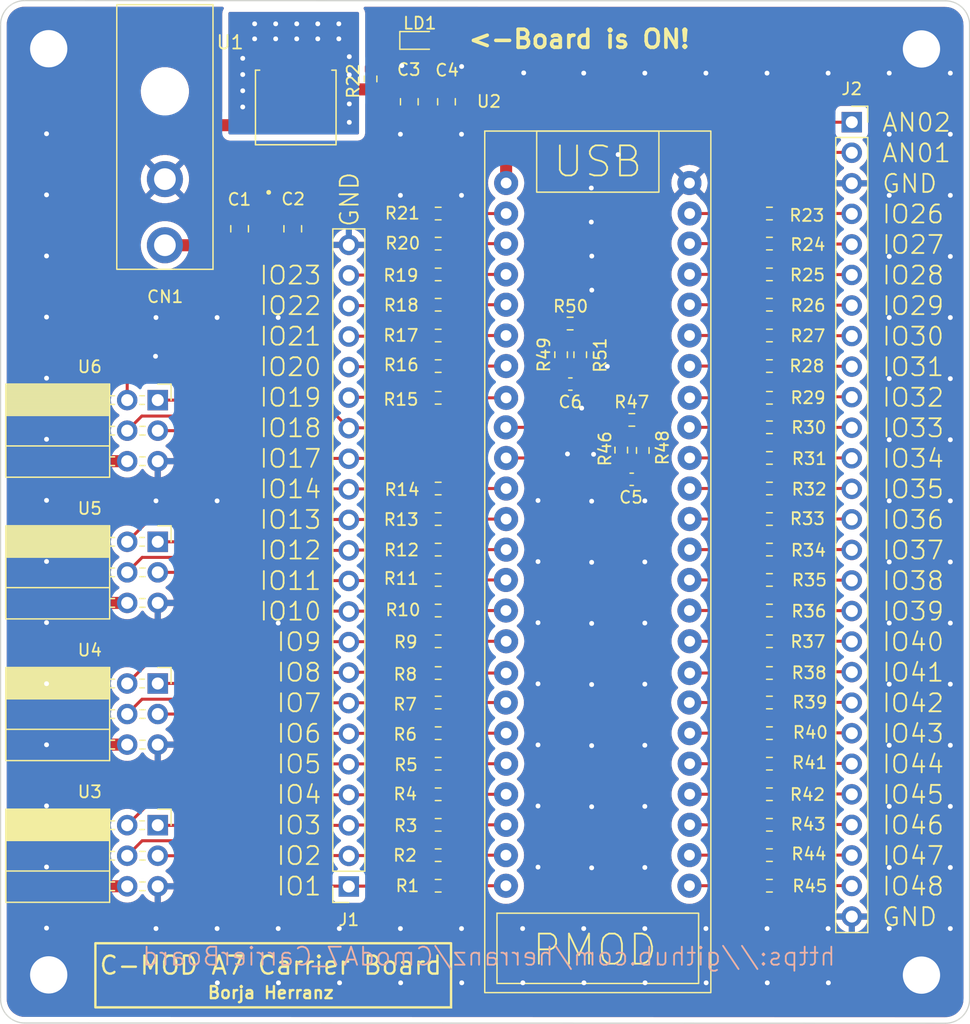
<source format=kicad_pcb>
(kicad_pcb (version 20211014) (generator pcbnew)
  (title_block (title "C-MOD A7 Carrier Board") (date "2022-06-26") (comment 3 "Borja Herranz"))
  (layers (0 "F.Cu" signal) (31 "B.Cu" signal) (34 "B.Paste" user) (35 "F.Paste" user) (36 "B.SilkS" user "B.Silkscreen") (37 "F.SilkS" user "F.Silkscreen") (38 "B.Mask" user) (39 "F.Mask" user) (44 "Edge.Cuts" user))
  (net 0 "")
  (net 1 "Net-(C1-Pad1)")
  (net 2 "GND")
  (net 3 "+5VP")
  (net 4 "/CH_A01")
  (net 5 "/CH_A02")
  (net 6 "/IO1")
  (net 7 "/IO2")
  (net 8 "/IO3")
  (net 9 "/IO4")
  (net 10 "/IO5")
  (net 11 "/IO6")
  (net 12 "/IO7")
  (net 13 "/IO8")
  (net 14 "/IO9")
  (net 15 "/IO10")
  (net 16 "/IO11")
  (net 17 "/IO12")
  (net 18 "/IO13")
  (net 19 "/IO14")
  (net 20 "/IO17")
  (net 21 "/IO18")
  (net 22 "/IO19")
  (net 23 "/IO20")
  (net 24 "/IO21")
  (net 25 "/IO22")
  (net 26 "/IO23")
  (net 27 "/IO26")
  (net 28 "/IO27")
  (net 29 "/IO28")
  (net 30 "/IO29")
  (net 31 "/IO30")
  (net 32 "/IO31")
  (net 33 "/IO32")
  (net 34 "/IO33")
  (net 35 "/IO34")
  (net 36 "/IO35")
  (net 37 "/IO36")
  (net 38 "/IO37")
  (net 39 "/IO38")
  (net 40 "/IO39")
  (net 41 "/IO40")
  (net 42 "/IO41")
  (net 43 "/IO42")
  (net 44 "/IO43")
  (net 45 "/IO44")
  (net 46 "/IO45")
  (net 47 "/IO46")
  (net 48 "/IO47")
  (net 49 "/IO48")
  (net 50 "Net-(LD1-Pad1)")
  (net 51 "Net-(R23-Pad1)")
  (net 52 "/AN01")
  (net 53 "Net-(R46-Pad2)")
  (net 54 "/AN02")
  (net 55 "Net-(R1-Pad2)")
  (net 56 "Net-(R2-Pad2)")
  (net 57 "Net-(R3-Pad2)")
  (net 58 "Net-(R4-Pad2)")
  (net 59 "Net-(R5-Pad2)")
  (net 60 "Net-(R6-Pad2)")
  (net 61 "Net-(R7-Pad2)")
  (net 62 "Net-(R8-Pad2)")
  (net 63 "Net-(R9-Pad2)")
  (net 64 "Net-(R10-Pad2)")
  (net 65 "Net-(R11-Pad2)")
  (net 66 "Net-(R12-Pad2)")
  (net 67 "Net-(R13-Pad2)")
  (net 68 "Net-(R14-Pad2)")
  (net 69 "Net-(R15-Pad2)")
  (net 70 "Net-(R16-Pad2)")
  (net 71 "Net-(R17-Pad2)")
  (net 72 "Net-(R18-Pad2)")
  (net 73 "Net-(R19-Pad2)")
  (net 74 "Net-(R20-Pad2)")
  (net 75 "Net-(R21-Pad2)")
  (net 76 "Net-(R24-Pad1)")
  (net 77 "Net-(R25-Pad1)")
  (net 78 "Net-(R26-Pad1)")
  (net 79 "Net-(R27-Pad1)")
  (net 80 "Net-(R28-Pad1)")
  (net 81 "Net-(R29-Pad1)")
  (net 82 "Net-(R30-Pad1)")
  (net 83 "Net-(R31-Pad1)")
  (net 84 "Net-(R32-Pad1)")
  (net 85 "Net-(R33-Pad1)")
  (net 86 "Net-(R34-Pad1)")
  (net 87 "Net-(R35-Pad1)")
  (net 88 "Net-(R36-Pad1)")
  (net 89 "Net-(R37-Pad1)")
  (net 90 "Net-(R38-Pad1)")
  (net 91 "Net-(R39-Pad1)")
  (net 92 "Net-(R40-Pad1)")
  (net 93 "Net-(R41-Pad1)")
  (net 94 "Net-(R42-Pad1)")
  (net 95 "Net-(R43-Pad1)")
  (net 96 "Net-(R44-Pad1)")
  (net 97 "Net-(R45-Pad1)")
  (net 98 "Net-(R49-Pad2)")
  (footprint "Resistor_SMD:R_0603_1608Metric" (layer "F.Cu") (at 163.28 97.84 90)
    (fp_text reference "R46")
    (fp_text value "140_P")
  )
  (footprint "Connector_PinSocket_2.54mm:PinSocket_2x03_P2.54mm_Horizontal" (layer "F.Cu") (at 124.745 129.025)
    (fp_text reference "U3")
    (fp_text value "PMOD_GPIO")
  )
  (footprint "Connector_PinSocket_2.54mm:PinSocket_2x03_P2.54mm_Horizontal" (layer "F.Cu") (at 124.745 105.465)
    (fp_text reference "U5")
    (fp_text value "PMOD_GPIO")
  )
  (footprint "Resistor_SMD:R_0603_1608Metric" (layer "F.Cu") (at 148.06 78.175556)
    (fp_text reference "R21")
    (fp_text value "1.0K")
  )
  (footprint "Resistor_SMD:R_0603_1608Metric" (layer "F.Cu") (at 175.6 90.853334)
    (fp_text reference "R28")
    (fp_text value "1.0K")
  )
  (footprint "LED_SMD:LED_0603_1608Metric_Pad1.05x0.95mm_HandSolder" (layer "F.Cu") (at 146.53 63.78)
    (fp_text reference "LD1")
    (fp_text value "LED_Generic")
  )
  (footprint "Resistor_SMD:R_0603_1608Metric" (layer "F.Cu") (at 148.06 113.735556)
    (fp_text reference "R9")
    (fp_text value "1.0K")
  )
  (footprint "Resistor_SMD:R_0603_1608Metric" (layer "F.Cu") (at 148.06 131.517778)
    (fp_text reference "R2")
    (fp_text value "1.0K")
  )
  (footprint "Herranz - Linear Regulators:DPAK457P1010X238-3N" (layer "F.Cu") (at 136.22 70.443)
    (fp_text reference "U1")
    (fp_text value "AZ1084CD-5.0")
  )
  (footprint "Resistor_SMD:R_0603_1608Metric" (layer "F.Cu") (at 148.06 101.035556)
    (fp_text reference "R14")
    (fp_text value "1.0K")
  )
  (footprint "Resistor_SMD:R_0603_1608Metric" (layer "F.Cu") (at 158.28 89.91 90)
    (fp_text reference "R49")
    (fp_text value "140_P")
  )
  (footprint "Connector_PinSocket_2.54mm:PinSocket_1x22_P2.54mm_Vertical" (layer "F.Cu") (at 140.63 134.12 180)
    (fp_text reference "J1")
    (fp_text value "Conn1x22")
  )
  (footprint "Resistor_SMD:R_0603_1608Metric" (layer "F.Cu") (at 175.6 78.173334)
    (fp_text reference "R23")
    (fp_text value "1.0K")
  )
  (footprint "Resistor_SMD:R_0603_1608Metric" (layer "F.Cu") (at 148.06 128.995556)
    (fp_text reference "R3")
    (fp_text value "1.0K")
  )
  (footprint "Resistor_SMD:R_0603_1608Metric" (layer "F.Cu") (at 175.6 123.913334)
    (fp_text reference "R41")
    (fp_text value "1.0K")
  )
  (footprint "Resistor_SMD:R_0603_1608Metric" (layer "F.Cu") (at 148.06 126.455556)
    (fp_text reference "R4")
    (fp_text value "1.0K")
  )
  (footprint "Resistor_SMD:R_0603_1608Metric" (layer "F.Cu") (at 175.6 128.993334)
    (fp_text reference "R43")
    (fp_text value "1.0K")
  )
  (footprint "Resistor_SMD:R_0603_1608Metric" (layer "F.Cu") (at 175.6 121.373334)
    (fp_text reference "R40")
    (fp_text value "1.0K")
  )
  (footprint "Resistor_SMD:R_0603_1608Metric" (layer "F.Cu") (at 148.06 116.375556)
    (fp_text reference "R8")
    (fp_text value "1.0K")
  )
  (footprint "Resistor_SMD:R_0603_1608Metric" (layer "F.Cu") (at 148.06 103.575556)
    (fp_text reference "R13")
    (fp_text value "1.0K")
  )
  (footprint "Resistor_SMD:R_0603_1608Metric" (layer "F.Cu") (at 175.6 111.177778)
    (fp_text reference "R36")
    (fp_text value "1.0K")
  )
  (footprint "Resistor_SMD:R_0603_1608Metric" (layer "F.Cu") (at 159.87 89.91 90)
    (fp_text reference "R51")
    (fp_text value "1.0K_P")
  )
  (footprint "Resistor_SMD:R_0603_1608Metric" (layer "F.Cu") (at 175.6 88.313334)
    (fp_text reference "R27")
    (fp_text value "1.0K")
  )
  (footprint "Resistor_SMD:R_0603_1608Metric" (layer "F.Cu") (at 142.44 66.98 -90)
    (fp_text reference "R22")
    (fp_text value "1.0K")
  )
  (footprint "Capacitor_SMD:C_0603_1608Metric" (layer "F.Cu") (at 159.05 92.35)
    (fp_text reference "C6")
    (fp_text value "Gen_C")
  )
  (footprint "Capacitor_SMD:C_0805_2012Metric" (layer "F.Cu") (at 148.75 68.88 90)
    (fp_text reference "C4")
    (fp_text value "Gen_C")
  )
  (footprint "Resistor_SMD:R_0603_1608Metric" (layer "F.Cu") (at 148.06 83.235556)
    (fp_text reference "R19")
    (fp_text value "1.0K")
  )
  (footprint "Resistor_SMD:R_0603_1608Metric" (layer "F.Cu") (at 175.6 83.233334)
    (fp_text reference "R25")
    (fp_text value "1.0K")
  )
  (footprint "Resistor_SMD:R_0603_1608Metric" (layer "F.Cu") (at 148.06 93.495556)
    (fp_text reference "R15")
    (fp_text value "1.0K")
  )
  (footprint "Resistor_SMD:R_0603_1608Metric" (layer "F.Cu") (at 148.06 90.855556)
    (fp_text reference "R16")
    (fp_text value "1.0K")
  )
  (footprint "Resistor_SMD:R_0603_1608Metric" (layer "F.Cu") (at 175.6 98.493334)
    (fp_text reference "R31")
    (fp_text value "1.0K")
  )
  (footprint "Resistor_SMD:R_0603_1608Metric" (layer "F.Cu") (at 175.6 108.635556)
    (fp_text reference "R35")
    (fp_text value "1.0K")
  )
  (footprint "Resistor_SMD:R_0603_1608Metric" (layer "F.Cu") (at 148.06 80.675556)
    (fp_text reference "R20")
    (fp_text value "1.0K")
  )
  (footprint "Herranz - DevBoards:CmodA7" (layer "F.Cu") (at 153.71 75.635556)
    (fp_text reference "U2")
    (fp_text value "Cmod_A7")
  )
  (footprint "Resistor_SMD:R_0603_1608Metric" (layer "F.Cu") (at 175.6 116.373334)
    (fp_text reference "R38")
    (fp_text value "1.0K")
  )
  (footprint "Resistor_SMD:R_0603_1608Metric" (layer "F.Cu") (at 175.6 93.493334)
    (fp_text reference "R29")
    (fp_text value "1.0K")
  )
  (footprint "Resistor_SMD:R_0603_1608Metric" (layer "F.Cu") (at 165.07 97.87 90)
    (fp_text reference "R48")
    (fp_text value "1.0K_P")
  )
  (footprint "Resistor_SMD:R_0603_1608Metric" (layer "F.Cu") (at 164.16 95.33 180)
    (fp_text reference "R47")
    (fp_text value "2.32K_P")
  )
  (footprint "Resistor_SMD:R_0603_1608Metric" (layer "F.Cu") (at 175.6 106.113334)
    (fp_text reference "R34")
    (fp_text value "1.0K")
  )
  (footprint "Resistor_SMD:R_0603_1608Metric" (layer "F.Cu") (at 175.6 101.033334)
    (fp_text reference "R32")
    (fp_text value "1.0K")
  )
  (footprint "Resistor_SMD:R_0603_1608Metric" (layer "F.Cu") (at 159.03 87.32 180)
    (fp_text reference "R50")
    (fp_text value "2.32K_P")
  )
  (footprint "Resistor_SMD:R_0603_1608Metric" (layer "F.Cu") (at 148.06 106.115556)
    (fp_text reference "R12")
    (fp_text value "1.0K")
  )
  (footprint "Resistor_SMD:R_0603_1608Metric" (layer "F.Cu") (at 175.6 85.753334)
    (fp_text reference "R26")
    (fp_text value "1.0K")
  )
  (footprint "Resistor_SMD:R_0603_1608Metric" (layer "F.Cu") (at 148.06 111.18)
    (fp_text reference "R10")
    (fp_text value "1.0K")
  )
  (footprint "Capacitor_SMD:C_0805_2012Metric" (layer "F.Cu") (at 131.55 79.44 90)
    (fp_text reference "C1")
    (fp_text value "Gen_C")
  )
  (footprint "Resistor_SMD:R_0603_1608Metric" (layer "F.Cu") (at 148.06 121.375556)
    (fp_text reference "R6")
    (fp_text value "1.0K")
  )
  (footprint "Capacitor_SMD:C_0805_2012Metric" (layer "F.Cu") (at 135.97 79.44 90)
    (fp_text reference "C2")
    (fp_text value "Gen_C")
  )
  (footprint "Resistor_SMD:R_0603_1608Metric" (layer "F.Cu") (at 175.6 118.826667)
    (fp_text reference "R39")
    (fp_text value "1.0K")
  )
  (footprint "Resistor_SMD:R_0603_1608Metric" (layer "F.Cu") (at 175.6 134.057778)
    (fp_text reference "R45")
    (fp_text value "1.0K")
  )
  (footprint "Resistor_SMD:R_0603_1608Metric" (layer "F.Cu") (at 175.6 103.573334)
    (fp_text reference "R33")
    (fp_text value "1.0K")
  )
  (footprint "Connector_PinSocket_2.54mm:PinSocket_1x27_P2.54mm_Vertical" (layer "F.Cu") (at 182.445 70.58)
    (fp_text reference "J2")
    (fp_text value "Conn1x27")
  )
  (footprint "Resistor_SMD:R_0603_1608Metric" (layer "F.Cu") (at 148.06 108.637778)
    (fp_text reference "R11")
    (fp_text value "1.0K")
  )
  (footprint "Connector_PinSocket_2.54mm:PinSocket_2x03_P2.54mm_Horizontal" (layer "F.Cu") (at 124.745 117.245)
    (fp_text reference "U4")
    (fp_text value "PMOD_GPIO")
  )
  (footprint "Resistor_SMD:R_0603_1608Metric" (layer "F.Cu") (at 148.06 88.315556)
    (fp_text reference "R17")
    (fp_text value "1.0K")
  )
  (footprint "Resistor_SMD:R_0603_1608Metric" (layer "F.Cu") (at 148.06 85.755556)
    (fp_text reference "R18")
    (fp_text value "1.0K")
  )
  (footprint "Resistor_SMD:R_0603_1608Metric" (layer "F.Cu") (at 175.6 131.515556)
    (fp_text reference "R44")
    (fp_text value "1.0K")
  )
  (footprint "Resistor_SMD:R_0603_1608Metric" (layer "F.Cu") (at 148.06 134.06)
    (fp_text reference "R1")
    (fp_text value "1.0K")
  )
  (footprint "Capacitor_SMD:C_0805_2012Metric" (layer "F.Cu") (at 145.66 68.88 90)
    (fp_text reference "C3")
    (fp_text value "Gen_C")
  )
  (footprint "Resistor_SMD:R_0603_1608Metric" (layer "F.Cu") (at 175.6 113.733334)
    (fp_text reference "R37")
    (fp_text value "1.0K")
  )
  (footprint "Resistor_SMD:R_0603_1608Metric" (layer "F.Cu") (at 148.06 118.828889)
    (fp_text reference "R7")
    (fp_text value "1.0K")
  )
  (footprint "Connector_PinSocket_2.54mm:PinSocket_2x03_P2.54mm_Horizontal" (layer "F.Cu") (at 124.745 93.685)
    (fp_text reference "U6")
    (fp_text value "PMOD_GPIO")
  )
  (footprint "Herranz - Conn Molex:Mini-Fit Jr. Header, 2 Circuits" (layer "F.Cu") (at 125.34 80.81 180)
    (fp_text reference "CN1")
    (fp_text value "Mini-Fit_Jr._Header,_2_Circuits")
  )
  (footprint "Resistor_SMD:R_0603_1608Metric" (layer "F.Cu") (at 175.6 95.946667)
    (fp_text reference "R30")
    (fp_text value "1.0K")
  )
  (footprint "Resistor_SMD:R_0603_1608Metric" (layer "F.Cu") (at 148.06 123.915556)
    (fp_text reference "R5")
    (fp_text value "1.0K")
  )
  (footprint "Resistor_SMD:R_0603_1608Metric" (layer "F.Cu") (at 175.6 80.673334)
    (fp_text reference "R24")
    (fp_text value "1.0K")
  )
  (footprint "Capacitor_SMD:C_0603_1608Metric" (layer "F.Cu") (at 164.15 100.27)
    (fp_text reference "C5")
    (fp_text value "Gen_C")
  )
  (footprint "Resistor_SMD:R_0603_1608Metric" (layer "F.Cu") (at 175.6 126.453334)
    (fp_text reference "R42")
    (fp_text value "1.0K")
  )
  (gr_poly (pts (xy 149.13 144.17) (xy 119.56 144.17) (xy 119.56 138.84) (xy 149.13 138.84)) (layer "F.SilkS") (width 0.2) (fill none))
  (gr_line (start 190.24 145.49) (end 113.68 145.47) (layer "Edge.Cuts") (width 0.1))
  (gr_arc (start 111.68 62.47) (mid 112.265786 61.055786) (end 113.68 60.47) (layer "Edge.Cuts") (width 0.1))
  (gr_line (start 113.68 60.47) (end 190.24 60.49) (layer "Edge.Cuts") (width 0.1))
  (gr_arc (start 113.68 145.47) (mid 112.265786 144.884214) (end 111.68 143.47) (layer "Edge.Cuts") (width 0.1))
  (gr_arc (start 192.24 143.49) (mid 191.654214 144.904214) (end 190.24 145.49) (layer "Edge.Cuts") (width 0.1))
  (gr_arc (start 190.24 60.49) (mid 191.654214 61.075786) (end 192.24 62.49) (layer "Edge.Cuts") (width 0.1))
  (gr_line (start 111.68 143.47) (end 111.68 62.47) (layer "Edge.Cuts") (width 0.1))
  (gr_line (start 192.24 62.49) (end 192.24 143.49) (layer "Edge.Cuts") (width 0.1))
  (gr_text "https://github.com/herranz/CmodA7_CarrierBoard" (at 152.28 139.94) (layer "B.SilkS") (effects (font (size 1.5 1.5)) (justify mirror)))
  (gr_text "IO20" (at 135.78 90.93) (layer "F.SilkS") (effects (font (size 1.5 1.5))))
  (gr_text "IO22" (at 135.78 85.85) (layer "F.SilkS") (effects (font (size 1.5 1.5))))
  (gr_text "IO45" (at 187.545714 126.49) (layer "F.SilkS") (effects (font (size 1.5 1.5))))
  (gr_text "IO4" (at 136.494286 126.49) (layer "F.SilkS") (effects (font (size 1.5 1.5))))
  (gr_text "IO21" (at 135.78 88.39) (layer "F.SilkS") (effects (font (size 1.5 1.5))))
  (gr_text "IO32" (at 187.545714 93.47) (layer "F.SilkS") (effects (font (size 1.5 1.5))))
  (gr_text "IO47" (at 187.545714 131.57) (layer "F.SilkS") (effects (font (size 1.5 1.5))))
  (gr_text "AN02" (at 187.831429 70.61) (layer "F.SilkS") (effects (font (size 1.5 1.5))))
  (gr_text "IO37" (at 187.545714 106.17) (layer "F.SilkS") (effects (font (size 1.5 1.5))))
  (gr_text "IO12" (at 135.78 106.17) (layer "F.SilkS") (effects (font (size 1.5 1.5))))
  (gr_text "IO34" (at 187.545714 98.55) (layer "F.SilkS") (effects (font (size 1.5 1.5))))
  (gr_text "IO19" (at 135.78 93.47) (layer "F.SilkS") (effects (font (size 1.5 1.5))))
  (gr_text "IO3" (at 136.494286 129.03) (layer "F.SilkS") (effects (font (size 1.5 1.5))))
  (gr_text "IO11" (at 135.78 108.71) (layer "F.SilkS") (effects (font (size 1.5 1.5))))
  (gr_text "IO31" (at 187.545714 90.93) (layer "F.SilkS") (effects (font (size 1.5 1.5))))
  (gr_text "<-Board is ON!" (at 159.78 63.67) (layer "F.SilkS") (effects (font (size 1.5 1.5) (thickness 0.3))))
  (gr_text "IO27" (at 187.545714 80.77) (layer "F.SilkS") (effects (font (size 1.5 1.5))))
  (gr_text "IO13" (at 135.78 103.63) (layer "F.SilkS") (effects (font (size 1.5 1.5))))
  (gr_text "IO44" (at 187.545714 123.95) (layer "F.SilkS") (effects (font (size 1.5 1.5))))
  (gr_text "IO29" (at 187.545714 85.85) (layer "F.SilkS") (effects (font (size 1.5 1.5))))
  (gr_text "IO46" (at 187.545714 129.03) (layer "F.SilkS") (effects (font (size 1.5 1.5))))
  (gr_text "IO23" (at 135.78 83.31) (layer "F.SilkS") (effects (font (size 1.5 1.5))))
  (gr_text "IO33" (at 187.545714 96.01) (layer "F.SilkS") (effects (font (size 1.5 1.5))))
  (gr_text "IO1" (at 136.494286 134.11) (layer "F.SilkS") (effects (font (size 1.5 1.5))))
  (gr_text "IO2" (at 136.494286 131.57) (layer "F.SilkS") (effects (font (size 1.5 1.5))))
  (gr_text "IO18" (at 135.78 96.01) (layer "F.SilkS") (effects (font (size 1.5 1.5))))
  (gr_text "IO5" (at 136.494286 123.95) (layer "F.SilkS") (effects (font (size 1.5 1.5))))
  (gr_text "AN01" (at 187.831429 73.15) (layer "F.SilkS") (effects (font (size 1.5 1.5))))
  (gr_text "IO8" (at 136.494286 116.33) (layer "F.SilkS") (effects (font (size 1.5 1.5))))
  (gr_text "IO30" (at 187.545714 88.39) (layer "F.SilkS") (effects (font (size 1.5 1.5))))
  (gr_text "IO38" (at 187.545714 108.71) (layer "F.SilkS") (effects (font (size 1.5 1.5))))
  (gr_text "IO39" (at 187.545714 111.25) (layer "F.SilkS") (effects (font (size 1.5 1.5))))
  (gr_text "IO17" (at 135.78 98.55) (layer "F.SilkS") (effects (font (size 1.5 1.5))))
  (gr_text "IO7" (at 136.494286 118.87) (layer "F.SilkS") (effects (font (size 1.5 1.5))))
  (gr_text "IO36" (at 187.545714 103.63) (layer "F.SilkS") (effects (font (size 1.5 1.5))))
  (gr_text "IO35" (at 187.545714 101.09) (layer "F.SilkS") (effects (font (size 1.5 1.5))))
  (gr_text "IO26" (at 187.545714 78.23) (layer "F.SilkS") (effects (font (size 1.5 1.5))))
  (gr_text "IO40" (at 187.545714 113.79) (layer "F.SilkS") (effects (font (size 1.5 1.5))))
  (gr_text "IO9" (at 136.494286 113.79) (layer "F.SilkS") (effects (font (size 1.5 1.5))))
  (gr_text "IO6" (at 136.494286 121.41) (layer "F.SilkS") (effects (font (size 1.5 1.5))))
  (gr_text "Borja Herranz" (at 134.14 142.95) (layer "F.SilkS") (effects (font (size 1 1) (thickness 0.2))))
  (gr_text "IO41" (at 187.545714 116.33) (layer "F.SilkS") (effects (font (size 1.5 1.5))))
  (gr_text "IO28" (at 187.545714 83.31) (layer "F.SilkS") (effects (font (size 1.5 1.5))))
  (gr_text "GND" (at 187.26 75.69) (layer "F.SilkS") (effects (font (size 1.5 1.5))))
  (gr_text "IO48" (at 187.545714 134.11) (layer "F.SilkS") (effects (font (size 1.5 1.5))))
  (gr_text "GND" (at 187.26 136.65) (layer "F.SilkS") (effects (font (size 1.5 1.5))))
  (gr_text "IO43" (at 187.545714 121.41) (layer "F.SilkS") (effects (font (size 1.5 1.5))))
  (gr_text "IO14" (at 135.78 101.09) (layer "F.SilkS") (effects (font (size 1.5 1.5))))
  (gr_text "IO42" (at 187.545714 118.87) (layer "F.SilkS") (effects (font (size 1.5 1.5))))
  (gr_text "IO10" (at 135.78 111.25) (layer "F.SilkS") (effects (font (size 1.5 1.5))))
  (gr_text "GND" (at 140.69 77 90) (layer "F.SilkS") (effects (font (size 1.5 1.5))))
  (gr_text "C-MOD A7 Carrier Board" (at 134.14 140.68) (layer "F.SilkS") (effects (font (size 1.5 1.5) (thickness 0.2))))
  (segment (start 138.506 79.504) (end 138.506 74.703) (width 1) (layer "F.Cu") (net 1))
  (segment (start 137.2 80.81) (end 138.506 79.504) (width 1) (layer "F.Cu") (net 1))
  (segment (start 125.34 80.81) (end 137.2 80.81) (width 1) (layer "F.Cu") (net 1))
  (via (at 134.76 86.82) (size 0.8) (drill 0.4) (layers "F.Cu" "B.Cu") (net 2))
  (via (at 160.16 66.5) (size 0.8) (drill 0.4) (layers "F.Cu" "B.Cu") (net 2))
  (via (at 156.36 132.51) (size 0.8) (drill 0.4) (layers "F.Cu" "B.Cu") (net 2))
  (via (at 115.5 102.02) (size 0.8) (drill 0.4) (layers "F.Cu" "B.Cu") (net 2))
  (via (at 160.16 137.62) (size 0.8) (drill 0.4) (layers "F.Cu" "B.Cu") (net 2))
  (via (at 180.5 142.13) (size 0.8) (drill 0.4) (layers "F.Cu" "B.Cu") (net 2))
  (via (at 185.56 86.82) (size 0.8) (drill 0.4) (layers "F.Cu" "B.Cu") (net 2))
  (via (at 150 76.66) (size 0.8) (drill 0.4) (layers "F.Cu" "B.Cu") (net 2))
  (via (at 185.56 102.06) (size 0.8) (drill 0.4) (layers "F.Cu" "B.Cu") (net 2))
  (via (at 190.64 91.9) (size 0.8) (drill 0.4) (layers "F.Cu" "B.Cu") (net 2))
  (via (at 156.36 112.19) (size 0.8) (drill 0.4) (layers "F.Cu" "B.Cu") (net 2))
  (via (at 160.82 117.33) (size 0.8) (drill 0.4) (layers "F.Cu" "B.Cu") (net 2))
  (via (at 190.64 137.62) (size 0.8) (drill 0.4) (layers "F.Cu" "B.Cu") (net 2))
  (via (at 115.5 91.86) (size 0.8) (drill 0.4) (layers "F.Cu" "B.Cu") (net 2))
  (via (at 190.64 112.22) (size 0.8) (drill 0.4) (layers "F.Cu" "B.Cu") (net 2))
  (via (at 160.82 107.17) (size 0.8) (drill 0.4) (layers "F.Cu" "B.Cu") (net 2))
  (via (at 124.6 86.82) (size 0.8) (drill 0.4) (layers "F.Cu" "B.Cu") (net 2))
  (via (at 165.24 102.06) (size 0.8) (drill 0.4) (layers "F.Cu" "B.Cu") (net 2))
  (via (at 190.64 86.82) (size 0.8) (drill 0.4) (layers "F.Cu" "B.Cu") (net 2))
  (via (at 190.64 102.06) (size 0.8) (drill 0.4) (layers "F.Cu" "B.Cu") (net 2))
  (via (at 160.82 127.49) (size 0.8) (drill 0.4) (layers "F.Cu" "B.Cu") (net 2))
  (via (at 150.02 142.13) (size 0.8) (drill 0.4) (layers "F.Cu" "B.Cu") (net 2))
  (via (at 115.5 132.5) (size 0.8) (drill 0.4) (layers "F.Cu" "B.Cu") (net 2))
  (via (at 180.48 137.62) (size 0.8) (drill 0.4) (layers "F.Cu" "B.Cu") (net 2))
  (via (at 190.64 132.54) (size 0.8) (drill 0.4) (layers "F.Cu" "B.Cu") (net 2))
  (via (at 160.83 81.71) (size 0.8) (drill 0.4) (layers "F.Cu" "B.Cu") (net 2))
  (via (at 160.82 122.41) (size 0.8) (drill 0.4) (layers "F.Cu" "B.Cu") (net 2))
  (via (at 115.5 122.34) (size 0.8) (drill 0.4) (layers "F.Cu" "B.Cu") (net 2))
  (via (at 190.64 107.14) (size 0.8) (drill 0.4) (layers "F.Cu" "B.Cu") (net 2))
  (via (at 155.1 142.13) (size 0.8) (drill 0.4) (layers "F.Cu" "B.Cu") (net 2))
  (via (at 165.24 107.14) (size 0.8) (drill 0.4) (layers "F.Cu" "B.Cu") (net 2))
  (via (at 170.34 142.13) (size 0.8) (drill 0.4) (layers "F.Cu" "B.Cu") (net 2))
  (via (at 144.92 137.62) (size 0.8) (drill 0.4) (layers "F.Cu" "B.Cu") (net 2))
  (via (at 129.7 142.13) (size 0.8) (drill 0.4) (layers "F.Cu" "B.Cu") (net 2))
  (via (at 134.76 112.22) (size 0.8) (drill 0.4) (layers "F.Cu" "B.Cu") (net 2))
  (via (at 150 137.62) (size 0.8) (drill 0.4) (layers "F.Cu" "B.Cu") (net 2))
  (via (at 156.36 122.35) (size 0.8) (drill 0.4) (layers "F.Cu" "B.Cu") (net 2))
  (via (at 158.81 98.16) (size 0.8) (drill 0.4) (layers "F.Cu" "B.Cu") (net 2))
  (via (at 159.99 94.35) (size 0.8) (drill 0.4) (layers "F.Cu" "B.Cu") (net 2))
  (via (at 190.64 81.74) (size 0.8) (drill 0.4) (layers "F.Cu" "B.Cu") (net 2))
  (via (at 145.04 65.88) (size 0.8) (drill 0.4) (layers "F.Cu" "B.Cu") (net 2))
  (via (at 115.5 81.7) (size 0.8) (drill 0.4) (layers "F.Cu" "B.Cu") (net 2))
  (via (at 115.5 112.18) (size 0.8) (drill 0.4) (layers "F.Cu" "B.Cu") (net 2))
  (via (at 163.02 73.27) (size 0.8) (drill 0.4) (layers "F.Cu" "B.Cu") (net 2))
  (via (at 150.01 65.95) (size 0.8) (drill 0.4) (layers "F.Cu" "B.Cu") (net 2))
  (via (at 115.5 137.58) (size 0.8) (drill 0.4) (layers "F.Cu" "B.Cu") (net 2))
  (via (at 160.82 132.57) (size 0.8) (drill 0.4) (layers "F.Cu" "B.Cu") (net 2))
  (via (at 185.56 71.58) (size 0.8) (drill 0.4) (layers "F.Cu" "B.Cu") (net 2))
  (via (at 134.78 142.13) (size 0.8) (drill 0.4) (layers "F.Cu" "B.Cu") (net 2))
  (via (at 185.56 81.74) (size 0.8) (drill 0.4) (layers "F.Cu" "B.Cu") (net 2))
  (via (at 185.56 96.98) (size 0.8) (drill 0.4) (layers "F.Cu" "B.Cu") (net 2))
  (via (at 155.08 137.62) (size 0.8) (drill 0.4) (layers "F.Cu" "B.Cu") (net 2))
  (via (at 190.64 66.5) (size 0.8) (drill 0.4) (layers "F.Cu" "B.Cu") (net 2))
  (via (at 165.24 112.22) (size 0.8) (drill 0.4) (layers "F.Cu" "B.Cu") (net 2))
  (via (at 165.24 132.54) (size 0.8) (drill 0.4) (layers "F.Cu" "B.Cu") (net 2))
  (via (at 124.6 102.06) (size 0.8) (drill 0.4) (layers "F.Cu" "B.Cu") (net 2))
  (via (at 156.36 107.11) (size 0.8) (drill 0.4) (layers "F.Cu" "B.Cu") (net 2))
  (via (at 115.68 64.47) (size 5) (drill 3.1) (layers "F.Cu" "B.Cu") (net 2))
  (via (at 162.12 90.88) (size 0.8) (drill 0.4) (layers "F.Cu" "B.Cu") (net 2))
  (via (at 185.56 66.5) (size 0.8) (drill 0.4) (layers "F.Cu" "B.Cu") (net 2))
  (via (at 139.86 142.13) (size 0.8) (drill 0.4) (layers "F.Cu" "B.Cu") (net 2))
  (via (at 185.56 107.14) (size 0.8) (drill 0.4) (layers "F.Cu" "B.Cu") (net 2))
  (via (at 115.5 71.54) (size 0.8) (drill 0.4) (layers "F.Cu" "B.Cu") (net 2))
  (via (at 190.64 122.38) (size 0.8) (drill 0.4) (layers "F.Cu" "B.Cu") (net 2))
  (via (at 165.24 66.5) (size 0.8) (drill 0.4) (layers "F.Cu" "B.Cu") (net 2))
  (via (at 185.56 122.38) (size 0.8) (drill 0.4) (layers "F.Cu" "B.Cu") (net 2))
  (via (at 115.5 117.26) (size 0.8) (drill 0.4) (layers "F.Cu" "B.Cu") (net 2))
  (via (at 155.17 66.48) (size 0.8) (drill 0.4) (layers "F.Cu" "B.Cu") (net 2))
  (via (at 188.24 64.49) (size 5) (drill 3.1) (layers "F.Cu" "B.Cu") (net 2))
  (via (at 185.56 76.66) (size 0.8) (drill 0.4) (layers "F.Cu" "B.Cu") (net 2))
  (via (at 160.82 112.25) (size 0.8) (drill 0.4) (layers "F.Cu" "B.Cu") (net 2))
  (via (at 134.76 137.62) (size 0.8) (drill 0.4) (layers "F.Cu" "B.Cu") (net 2))
  (via (at 165.26 142.13) (size 0.8) (drill 0.4) (layers "F.Cu" "B.Cu") (net 2))
  (via (at 190.64 71.58) (size 0.8) (drill 0.4) (layers "F.Cu" "B.Cu") (net 2))
  (via (at 185.56 127.46) (size 0.8) (drill 0.4) (layers "F.Cu" "B.Cu") (net 2))
  (via (at 190.64 96.98) (size 0.8) (drill 0.4) (layers "F.Cu" "B.Cu") (net 2))
  (via (at 185.56 112.22) (size 0.8) (drill 0.4) (layers "F.Cu" "B.Cu") (net 2))
  (via (at 185.56 117.3) (size 0.8) (drill 0.4) (layers "F.Cu" "B.Cu") (net 2))
  (via (at 139.84 137.62) (size 0.8) (drill 0.4) (layers "F.Cu" "B.Cu") (net 2))
  (via (at 124.56 90.04) (size 0.8) (drill 0.4) (layers "F.Cu" "B.Cu") (net 2))
  (via (at 165.24 122.38) (size 0.8) (drill 0.4) (layers "F.Cu" "B.Cu") (net 2))
  (via (at 150 71.58) (size 0.8) (drill 0.4) (layers "F.Cu" "B.Cu") (net 2))
  (via (at 190.64 76.66) (size 0.8) (drill 0.4) (layers "F.Cu" "B.Cu") (net 2))
  (via (at 144.92 71.58) (size 0.8) (drill 0.4) (layers "F.Cu" "B.Cu") (net 2))
  (via (at 180.48 66.5) (size 0.8) (drill 0.4) (layers "F.Cu" "B.Cu") (net 2))
  (via (at 185.56 132.54) (size 0.8) (drill 0.4) (layers "F.Cu" "B.Cu") (net 2))
  (via (at 170.32 137.62) (size 0.8) (drill 0.4) (layers "F.Cu" "B.Cu") (net 2))
  (via (at 188.24 141.49) (size 5) (drill 3.1) (layers "F.Cu" "B.Cu") (net 2))
  (via (at 124.6 137.62) (size 0.8) (drill 0.4) (layers "F.Cu" "B.Cu") (net 2))
  (via (at 170.32 66.5) (size 0.8) (drill 0.4) (layers "F.Cu" "B.Cu") (net 2))
  (via (at 190.64 127.46) (size 0.8) (drill 0.4) (layers "F.Cu" "B.Cu") (net 2))
  (via (at 165.24 127.46) (size 0.8) (drill 0.4) (layers "F.Cu" "B.Cu") (net 2))
  (via (at 175.42 142.13) (size 0.8) (drill 0.4) (layers "F.Cu" "B.Cu") (net 2))
  (via (at 160.83 84.54) (size 0.8) (drill 0.4) (layers "F.Cu" "B.Cu") (net 2))
  (via (at 185.56 91.9) (size 0.8) (drill 0.4) (layers "F.Cu" "B.Cu") (net 2))
  (via (at 129.68 137.62) (size 0.8) (drill 0.4) (layers "F.Cu" "B.Cu") (net 2))
  (via (at 160.98 98.19) (size 0.8) (drill 0.4) (layers "F.Cu" "B.Cu") (net 2))
  (via (at 185.56 137.62) (size 0.8) (drill 0.4) (layers "F.Cu" "B.Cu") (net 2))
  (via (at 156.36 117.27) (size 0.8) (drill 0.4) (layers "F.Cu" "B.Cu") (net 2))
  (via (at 160.79 76.05) (size 0.8) (drill 0.4) (layers "F.Cu" "B.Cu") (net 2))
  (via (at 129.68 86.82) (size 0.8) (drill 0.4) (layers "F.Cu" "B.Cu") (net 2))
  (via (at 175.4 137.62) (size 0.8) (drill 0.4) (layers "F.Cu" "B.Cu") (net 2))
  (via (at 160.79 78.88) (size 0.8) (drill 0.4) (layers "F.Cu" "B.Cu") (net 2))
  (via (at 160.18 142.13) (size 0.8) (drill 0.4) (layers "F.Cu" "B.Cu") (net 2))
  (via (at 165.24 137.62) (size 0.8) (drill 0.4) (layers "F.Cu" "B.Cu") (net 2))
  (via (at 144.92 76.66) (size 0.8) (drill 0.4) (layers "F.Cu" "B.Cu") (net 2))
  (via (at 115.5 76.62) (size 0.8) (drill 0.4) (layers "F.Cu" "B.Cu") (net 2))
  (via (at 115.5 127.42) (size 0.8) (drill 0.4) (layers "F.Cu" "B.Cu") (net 2))
  (via (at 160.82 102.09) (size 0.8) (drill 0.4) (layers "F.Cu" "B.Cu") (net 2))
  (via (at 165.24 117.3) (size 0.8) (drill 0.4) (layers "F.Cu" "B.Cu") (net 2))
  (via (at 190.64 117.3) (size 0.8) (drill 0.4) (layers "F.Cu" "B.Cu") (net 2))
  (via (at 144.94 142.13) (size 0.8) (drill 0.4) (layers "F.Cu" "B.Cu") (net 2))
  (via (at 156.36 102.03) (size 0.8) (drill 0.4) (layers "F.Cu" "B.Cu") (net 2))
  (via (at 115.5 96.94) (size 0.8) (drill 0.4) (layers "F.Cu" "B.Cu") (net 2))
  (via (at 175.4 66.5) (size 0.8) (drill 0.4) (layers "F.Cu" "B.Cu") (net 2))
  (via (at 129.68 102.06) (size 0.8) (drill 0.4) (layers "F.Cu" "B.Cu") (net 2))
  (via (at 156.36 127.43) (size 0.8) (drill 0.4) (layers "F.Cu" "B.Cu") (net 2))
  (via (at 115.5 107.1) (size 0.8) (drill 0.4) (layers "F.Cu" "B.Cu") (net 2))
  (via (at 115.5 86.78) (size 0.8) (drill 0.4) (layers "F.Cu" "B.Cu") (net 2))
  (via (at 115.68 141.47) (size 5) (drill 3.1) (layers "F.Cu" "B.Cu") (net 2))
  (segment (start 119.065 98.765) (end 122.205 98.765) (width 1) (layer "F.Cu") (net 3))
  (segment (start 136.22 67.853) (end 142.338 67.853) (width 1) (layer "F.Cu") (net 3))
  (segment (start 118.99 110.28) (end 119.255 110.545) (width 1) (layer "F.Cu") (net 3))
  (segment (start 118.99 132.97) (end 120.16 134.14) (width 1) (layer "F.Cu") (net 3))
  (segment (start 151.49 69.83) (end 153.71 72.05) (width 1) (layer "F.Cu") (net 3))
  (segment (start 132.01 70.83) (end 123.85 70.83) (width 1) (layer "F.Cu") (net 3))
  (segment (start 153.71 72.05) (end 153.71 75.635556) (width 1) (layer "F.Cu") (net 3))
  (segment (start 119.255 110.545) (end 122.205 110.545) (width 1) (layer "F.Cu") (net 3))
  (segment (start 119.275 122.325) (end 122.205 122.325) (width 1) (layer "F.Cu") (net 3))
  (segment (start 145.65 69.81) (end 144.445 69.81) (width 1) (layer "F.Cu") (net 3))
  (segment (start 118.99 122.04) (end 119.275 122.325) (width 1) (layer "F.Cu") (net 3))
  (segment (start 123.85 70.83) (end 118.99 75.69) (width 1) (layer "F.Cu") (net 3))
  (segment (start 144.445 69.81) (end 142.44 67.805) (width 1) (layer "F.Cu") (net 3))
  (segment (start 118.99 98.84) (end 119.065 98.765) (width 1) (layer "F.Cu") (net 3))
  (segment (start 148.75 69.83) (end 151.49 69.83) (width 1) (layer "F.Cu") (net 3))
  (segment (start 118.99 110.28) (end 118.99 122.04) (width 1) (layer "F.Cu") (net 3))
  (segment (start 118.99 122.04) (end 118.99 132.97) (width 1) (layer "F.Cu") (net 3))
  (segment (start 118.99 75.69) (end 118.99 98.84) (width 1) (layer "F.Cu") (net 3))
  (segment (start 120.195 134.105) (end 122.205 134.105) (width 1) (layer "F.Cu") (net 3))
  (segment (start 145.66 69.83) (end 148.75 69.83) (width 1) (layer "F.Cu") (net 3))
  (segment (start 120.16 134.14) (end 120.195 134.105) (width 1) (layer "F.Cu") (net 3))
  (segment (start 118.99 98.84) (end 118.99 110.28) (width 1) (layer "F.Cu") (net 3))
  (via (at 131.81 65.27) (size 0.8) (drill 0.4) (layers "F.Cu" "B.Cu") (net 3))
  (via (at 139.8 62.4) (size 0.8) (drill 0.4) (layers "F.Cu" "B.Cu") (net 3))
  (via (at 140.67 69.06) (size 0.8) (drill 0.4) (layers "F.Cu" "B.Cu") (net 3))
  (via (at 134.55 62.4) (size 0.8) (drill 0.4) (layers "F.Cu" "B.Cu") (net 3))
  (via (at 136.3 62.4) (size 0.8) (drill 0.4) (layers "F.Cu" "B.Cu") (net 3))
  (via (at 138.05 62.4) (size 0.8) (drill 0.4) (layers "F.Cu" "B.Cu") (net 3))
  (via (at 140.67 66.64) (size 0.8) (drill 0.4) (layers "F.Cu" "B.Cu") (net 3))
  (via (at 131.81 69.3125) (size 0.8) (drill 0.4) (layers "F.Cu" "B.Cu") (net 3))
  (via (at 136.3 63.65) (size 0.8) (drill 0.4) (layers "F.Cu" "B.Cu") (net 3))
  (via (at 139.8 63.65) (size 0.8) (drill 0.4) (layers "F.Cu" "B.Cu") (net 3))
  (via (at 132.8 62.4) (size 0.8) (drill 0.4) (layers "F.Cu" "B.Cu") (net 3))
  (via (at 140.67 70.59) (size 0.8) (drill 0.4) (layers "F.Cu" "B.Cu") (net 3))
  (via (at 138.05 63.65) (size 0.8) (drill 0.4) (layers "F.Cu" "B.Cu") (net 3))
  (via (at 134.55 63.65) (size 0.8) (drill 0.4) (layers "F.Cu" "B.Cu") (net 3))
  (via (at 132.8 63.65) (size 0.8) (drill 0.4) (layers "F.Cu" "B.Cu") (net 3))
  (via (at 140.67 65.13) (size 0.8) (drill 0.4) (layers "F.Cu" "B.Cu") (net 3))
  (via (at 131.81 67.965) (size 0.8) (drill 0.4) (layers "F.Cu" "B.Cu") (net 3))
  (via (at 131.81 66.6175) (size 0.8) (drill 0.4) (layers "F.Cu" "B.Cu") (net 3))
  (segment (start 163.28 98.665) (end 163.28 100.175) (width 0.25) (layer "F.Cu") (net 4))
  (segment (start 156.005556 98.495556) (end 157.665 100.155) (width 0.25) (layer "F.Cu") (net 4))
  (segment (start 163.28 100.175) (end 163.375 100.27) (width 0.25) (layer "F.Cu") (net 4))
  (segment (start 153.71 98.495556) (end 156.005556 98.495556) (width 0.25) (layer "F.Cu") (net 4))
  (segment (start 157.665 100.155) (end 163.26 100.155) (width 0.25) (layer "F.Cu") (net 4))
  (segment (start 163.26 100.155) (end 163.375 100.27) (width 0.25) (layer "F.Cu") (net 4))
  (segment (start 156.271111 95.948889) (end 158.275 93.945) (width 0.25) (layer "F.Cu") (net 5))
  (segment (start 153.683334 95.948889) (end 156.271111 95.948889) (width 0.25) (layer "F.Cu") (net 5))
  (segment (start 158.275 93.945) (end 158.275 92.35) (width 0.25) (layer "F.Cu") (net 5))
  (segment (start 158.275 92.35) (end 158.275 90.74) (width 0.25) (layer "F.Cu") (net 5))
  (segment (start 158.275 90.74) (end 158.28 90.735) (width 0.25) (layer "F.Cu") (net 5))
  (segment (start 139.1 134.09) (end 136.575 131.565) (width 0.25) (layer "F.Cu") (net 6))
  (segment (start 147.235 134.06) (end 147.205 134.09) (width 0.25) (layer "F.Cu") (net 6))
  (segment (start 147.205 134.09) (end 139.1 134.09) (width 0.25) (layer "F.Cu") (net 6))
  (segment (start 136.575 131.565) (end 124.745 131.565) (width 0.25) (layer "F.Cu") (net 6))
  (segment (start 138.22 131.55) (end 136.99 130.32) (width 0.25) (layer "F.Cu") (net 7))
  (segment (start 147.235 131.517778) (end 147.202778 131.55) (width 0.25) (layer "F.Cu") (net 7))
  (segment (start 123.45 130.32) (end 122.205 131.565) (width 0.25) (layer "F.Cu") (net 7))
  (segment (start 147.202778 131.55) (end 138.22 131.55) (width 0.25) (layer "F.Cu") (net 7))
  (segment (start 136.99 130.32) (end 123.45 130.32) (width 0.25) (layer "F.Cu") (net 7))
  (segment (start 147.235 128.995556) (end 147.220556 129.01) (width 0.25) (layer "F.Cu") (net 8))
  (segment (start 147.220556 129.01) (end 140.61 129.01) (width 0.25) (layer "F.Cu") (net 8))
  (segment (start 140.63 129.04) (end 124.76 129.04) (width 0.25) (layer "F.Cu") (net 8))
  (segment (start 124.76 129.04) (end 124.745 129.025) (width 0.25) (layer "F.Cu") (net 8))
  (segment (start 140.575 129.045) (end 140.61 129.01) (width 0.25) (layer "F.Cu") (net 8))
  (segment (start 140.63 126.5) (end 124.73 126.5) (width 0.25) (layer "F.Cu") (net 9))
  (segment (start 140.63 126.5) (end 147.190556 126.5) (width 0.25) (layer "F.Cu") (net 9))
  (segment (start 147.190556 126.5) (end 147.235 126.455556) (width 0.25) (layer "F.Cu") (net 9))
  (segment (start 124.73 126.5) (end 122.205 129.025) (width 0.25) (layer "F.Cu") (net 9))
  (segment (start 136.26 123.93) (end 132.115 119.785) (width 0.25) (layer "F.Cu") (net 10))
  (segment (start 132.115 119.785) (end 124.745 119.785) (width 0.25) (layer "F.Cu") (net 10))
  (segment (start 147.220556 123.93) (end 136.26 123.93) (width 0.25) (layer "F.Cu") (net 10))
  (segment (start 147.235 123.915556) (end 147.220556 123.93) (width 0.25) (layer "F.Cu") (net 10))
  (segment (start 135.22 118.55) (end 123.44 118.55) (width 0.25) (layer "F.Cu") (net 11))
  (segment (start 147.220556 121.39) (end 138.06 121.39) (width 0.25) (layer "F.Cu") (net 11))
  (segment (start 123.44 118.55) (end 122.205 119.785) (width 0.25) (layer "F.Cu") (net 11))
  (segment (start 147.235 121.375556) (end 147.220556 121.39) (width 0.25) (layer "F.Cu") (net 11))
  (segment (start 138.06 121.39) (end 135.22 118.55) (width 0.25) (layer "F.Cu") (net 11))
  (segment (start 137.18 118.85) (end 135.57 117.24) (width 0.25) (layer "F.Cu") (net 12))
  (segment (start 124.75 117.24) (end 124.745 117.245) (width 0.25) (layer "F.Cu") (net 12))
  (segment (start 135.57 117.24) (end 124.75 117.24) (width 0.25) (layer "F.Cu") (net 12))
  (segment (start 147.213889 118.85) (end 137.18 118.85) (width 0.25) (layer "F.Cu") (net 12))
  (segment (start 147.235 118.828889) (end 147.213889 118.85) (width 0.25) (layer "F.Cu") (net 12))
  (segment (start 134.92 115.46) (end 123.99 115.46) (width 0.25) (layer "F.Cu") (net 13))
  (segment (start 147.235 116.375556) (end 147.169444 116.31) (width 0.25) (layer "F.Cu") (net 13))
  (segment (start 140.61 116.31) (end 140.59 116.33) (width 0.25) (layer "F.Cu") (net 13))
  (segment (start 140.59 116.33) (end 135.79 116.33) (width 0.25) (layer "F.Cu") (net 13))
  (segment (start 123.99 115.46) (end 122.205 117.245) (width 0.25) (layer "F.Cu") (net 13))
  (segment (start 135.79 116.33) (end 134.92 115.46) (width 0.25) (layer "F.Cu") (net 13))
  (segment (start 147.169444 116.31) (end 140.61 116.31) (width 0.25) (layer "F.Cu") (net 13))
  (segment (start 147.235 113.735556) (end 147.200556 113.77) (width 0.25) (layer "F.Cu") (net 14))
  (segment (start 132.905 108.005) (end 124.745 108.005) (width 0.25) (layer "F.Cu") (net 14))
  (segment (start 138.67 113.77) (end 132.905 108.005) (width 0.25) (layer "F.Cu") (net 14))
  (segment (start 147.200556 113.77) (end 138.67 113.77) (width 0.25) (layer "F.Cu") (net 14))
  (segment (start 147.235 111.18) (end 147.185 111.23) (width 0.25) (layer "F.Cu") (net 15))
  (segment (start 133.47 106.76) (end 123.45 106.76) (width 0.25) (layer "F.Cu") (net 15))
  (segment (start 137.94 111.23) (end 133.47 106.76) (width 0.25) (layer "F.Cu") (net 15))
  (segment (start 123.45 106.76) (end 122.205 108.005) (width 0.25) (layer "F.Cu") (net 15))
  (segment (start 147.185 111.23) (end 137.94 111.23) (width 0.25) (layer "F.Cu") (net 15))
  (segment (start 124.745 105.465) (end 134.115 105.465) (width 0.25) (layer "F.Cu") (net 16))
  (segment (start 137.34 108.69) (end 147.182778 108.69) (width 0.25) (layer "F.Cu") (net 16))
  (segment (start 134.115 105.465) (end 137.34 108.69) (width 0.25) (layer "F.Cu") (net 16))
  (segment (start 147.182778 108.69) (end 147.235 108.637778) (width 0.25) (layer "F.Cu") (net 16))
  (segment (start 134.28 103.86) (end 136.6 106.18) (width 0.25) (layer "F.Cu") (net 17))
  (segment (start 123.81 103.86) (end 134.28 103.86) (width 0.25) (layer "F.Cu") (net 17))
  (segment (start 122.205 105.465) (end 123.81 103.86) (width 0.25) (layer "F.Cu") (net 17))
  (segment (start 136.6 106.18) (end 140.63 106.18) (width 0.25) (layer "F.Cu") (net 17))
  (segment (start 140.100489 106.659511) (end 140.61 106.15) (width 0.25) (layer "F.Cu") (net 17))
  (segment (start 147.200556 106.15) (end 147.235 106.115556) (width 0.25) (layer "F.Cu") (net 17))
  (segment (start 140.61 106.15) (end 147.200556 106.15) (width 0.25) (layer "F.Cu") (net 17))
  (segment (start 129.285 96.225) (end 124.745 96.225) (width 0.25) (layer "F.Cu") (net 18))
  (segment (start 147.235 103.575556) (end 147.200556 103.61) (width 0.25) (layer "F.Cu") (net 18))
  (segment (start 147.200556 103.61) (end 136.67 103.61) (width 0.25) (layer "F.Cu") (net 18))
  (segment (start 136.67 103.61) (end 129.285 96.225) (width 0.25) (layer "F.Cu") (net 18))
  (segment (start 147.235 101.035556) (end 147.200556 101.07) (width 0.25) (layer "F.Cu") (net 19))
  (segment (start 137.57 101.07) (end 131.51 95.01) (width 0.25) (layer "F.Cu") (net 19))
  (segment (start 123.42 95.01) (end 122.205 96.225) (width 0.25) (layer "F.Cu") (net 19))
  (segment (start 147.200556 101.07) (end 137.57 101.07) (width 0.25) (layer "F.Cu") (net 19))
  (segment (start 131.51 95.01) (end 123.42 95.01) (width 0.25) (layer "F.Cu") (net 19))
  (segment (start 132.325 93.685) (end 124.745 93.685) (width 0.25) (layer "F.Cu") (net 20))
  (segment (start 142.21 98.53) (end 137.17 98.53) (width 0.25) (layer "F.Cu") (net 20))
  (segment (start 137.17 98.53) (end 132.325 93.685) (width 0.25) (layer "F.Cu") (net 20))
  (segment (start 147.235 93.505) (end 142.21 98.53) (width 0.25) (layer "F.Cu") (net 20))
  (segment (start 147.235 93.495556) (end 147.235 93.505) (width 0.25) (layer "F.Cu") (net 20))
  (segment (start 147.235 90.855556) (end 142.100556 95.99) (width 0.25) (layer "F.Cu") (net 21))
  (segment (start 122.205 92.305) (end 122.205 93.685) (width 0.25) (layer "F.Cu") (net 21))
  (segment (start 142.100556 95.99) (end 140.61 95.99) (width 0.25) (layer "F.Cu") (net 21))
  (segment (start 123.2 91.31) (end 122.205 92.305) (width 0.25) (layer "F.Cu") (net 21))
  (segment (start 135.93 91.31) (end 123.2 91.31) (width 0.25) (layer "F.Cu") (net 21))
  (segment (start 140.61 95.99) (end 135.93 91.31) (width 0.25) (layer "F.Cu") (net 21))
  (segment (start 142.100556 93.45) (end 147.235 88.315556) (width 0.25) (layer "F.Cu") (net 22))
  (segment (start 140.61 93.45) (end 142.100556 93.45) (width 0.25) (layer "F.Cu") (net 22))
  (segment (start 142.080556 90.91) (end 147.235 85.755556) (width 0.25) (layer "F.Cu") (net 23))
  (segment (start 140.61 90.91) (end 142.080556 90.91) (width 0.25) (layer "F.Cu") (net 23))
  (segment (start 142.100556 88.37) (end 147.235 83.235556) (width 0.25) (layer "F.Cu") (net 24))
  (segment (start 140.61 88.37) (end 142.100556 88.37) (width 0.25) (layer "F.Cu") (net 24))
  (segment (start 140.61 85.83) (end 142.276556 85.83) (width 0.25) (layer "F.Cu") (net 25))
  (segment (start 142.276556 85.83) (end 147.235 80.871556) (width 0.25) (layer "F.Cu") (net 25))
  (segment (start 142.120556 83.29) (end 147.235 78.175556) (width 0.25) (layer "F.Cu") (net 26))
  (segment (start 140.61 83.29) (end 142.120556 83.29) (width 0.25) (layer "F.Cu") (net 26))
  (segment (start 176.428334 78.17) (end 182.48 78.17) (width 0.25) (layer "F.Cu") (net 27))
  (segment (start 176.425 78.173334) (end 176.428334 78.17) (width 0.25) (layer "F.Cu") (net 27))
  (segment (start 176.425 80.673334) (end 176.461666 80.71) (width 0.25) (layer "F.Cu") (net 28))
  (segment (start 176.461666 80.71) (end 182.48 80.71) (width 0.25) (layer "F.Cu") (net 28))
  (segment (start 176.441666 83.25) (end 182.48 83.25) (width 0.25) (layer "F.Cu") (net 29))
  (segment (start 176.425 83.233334) (end 176.441666 83.25) (width 0.25) (layer "F.Cu") (net 29))
  (segment (start 176.425 85.753334) (end 176.461666 85.79) (width 0.25) (layer "F.Cu") (net 30))
  (segment (start 176.461666 85.79) (end 182.48 85.79) (width 0.25) (layer "F.Cu") (net 30))
  (segment (start 176.441666 88.33) (end 182.48 88.33) (width 0.25) (layer "F.Cu") (net 31))
  (segment (start 176.425 88.313334) (end 176.441666 88.33) (width 0.25) (layer "F.Cu") (net 31))
  (segment (start 176.425 90.853334) (end 176.441666 90.87) (width 0.25) (layer "F.Cu") (net 32))
  (segment (start 176.441666 90.87) (end 182.48 90.87) (width 0.25) (layer "F.Cu") (net 32))
  (segment (start 176.508334 93.41) (end 182.48 93.41) (width 0.25) (layer "F.Cu") (net 33))
  (segment (start 176.425 93.493334) (end 176.508334 93.41) (width 0.25) (layer "F.Cu") (net 33))
  (segment (start 176.425 95.946667) (end 176.428333 95.95) (width 0.25) (layer "F.Cu") (net 34))
  (segment (start 176.428333 95.95) (end 182.48 95.95) (width 0.25) (layer "F.Cu") (net 34))
  (segment (start 176.425 98.493334) (end 176.428334 98.49) (width 0.25) (layer "F.Cu") (net 35))
  (segment (start 176.428334 98.49) (end 182.48 98.49) (width 0.25) (layer "F.Cu") (net 35))
  (segment (start 176.425 101.033334) (end 176.428334 101.03) (width 0.25) (layer "F.Cu") (net 36))
  (segment (start 176.428334 101.03) (end 182.48 101.03) (width 0.25) (layer "F.Cu") (net 36))
  (segment (start 176.425 103.573334) (end 176.428334 103.57) (width 0.25) (layer "F.Cu") (net 37))
  (segment (start 176.428334 103.57) (end 182.48 103.57) (width 0.25) (layer "F.Cu") (net 37))
  (segment (start 176.425 106.113334) (end 176.428334 106.11) (width 0.25) (layer "F.Cu") (net 38))
  (segment (start 176.428334 106.11) (end 182.48 106.11) (width 0.25) (layer "F.Cu") (net 38))
  (segment (start 176.425 108.635556) (end 176.439444 108.65) (width 0.25) (layer "F.Cu") (net 39))
  (segment (start 176.439444 108.65) (end 182.48 108.65) (width 0.25) (layer "F.Cu") (net 39))
  (segment (start 176.425 111.177778) (end 176.437222 111.19) (width 0.25) (layer "F.Cu") (net 40))
  (segment (start 176.437222 111.19) (end 182.48 111.19) (width 0.25) (layer "F.Cu") (net 40))
  (segment (start 176.428334 113.73) (end 182.48 113.73) (width 0.25) (layer "F.Cu") (net 41))
  (segment (start 176.425 113.733334) (end 176.428334 113.73) (width 0.25) (layer "F.Cu") (net 41))
  (segment (start 176.528334 116.27) (end 182.48 116.27) (width 0.25) (layer "F.Cu") (net 42))
  (segment (start 176.425 116.373334) (end 176.528334 116.27) (width 0.25) (layer "F.Cu") (net 42))
  (segment (start 176.425 118.826667) (end 176.441667 118.81) (width 0.25) (layer "F.Cu") (net 43))
  (segment (start 176.441667 118.81) (end 182.48 118.81) (width 0.25) (layer "F.Cu") (net 43))
  (segment (start 176.448334 121.35) (end 182.48 121.35) (width 0.25) (layer "F.Cu") (net 44))
  (segment (start 176.425 121.373334) (end 176.448334 121.35) (width 0.25) (layer "F.Cu") (net 44))
  (segment (start 176.448334 123.89) (end 182.48 123.89) (width 0.25) (layer "F.Cu") (net 45))
  (segment (start 176.425 123.913334) (end 176.448334 123.89) (width 0.25) (layer "F.Cu") (net 45))
  (segment (start 176.448334 126.43) (end 182.48 126.43) (width 0.25) (layer "F.Cu") (net 46))
  (segment (start 176.425 126.453334) (end 176.448334 126.43) (width 0.25) (layer "F.Cu") (net 46))
  (segment (start 176.448334 128.97) (end 182.48 128.97) (width 0.25) (layer "F.Cu") (net 47))
  (segment (start 176.425 128.993334) (end 176.448334 128.97) (width 0.25) (layer "F.Cu") (net 47))
  (segment (start 176.430556 131.51) (end 182.48 131.51) (width 0.25) (layer "F.Cu") (net 48))
  (segment (start 176.425 131.515556) (end 176.430556 131.51) (width 0.25) (layer "F.Cu") (net 48))
  (segment (start 176.425 134.057778) (end 176.432778 134.05) (width 0.25) (layer "F.Cu") (net 49))
  (segment (start 176.432778 134.05) (end 182.48 134.05) (width 0.25) (layer "F.Cu") (net 49))
  (segment (start 144.815 63.78) (end 145.655 63.78) (width 0.3) (layer "F.Cu") (net 50))
  (segment (start 142.44 66.155) (end 144.815 63.78) (width 0.3) (layer "F.Cu") (net 50))
  (segment (start 168.967777 78.173334) (end 174.775 78.173334) (width 0.25) (layer "F.Cu") (net 51))
  (segment (start 163.325 76.225) (end 166.46 73.09) (width 0.25) (layer "F.Cu") (net 52))
  (segment (start 166.46 73.09) (end 182.48 73.09) (width 0.25) (layer "F.Cu") (net 52))
  (segment (start 163.325 95.05) (end 163.325 76.225) (width 0.25) (layer "F.Cu") (net 52))
  (segment (start 163.28 97.015) (end 165.04 97.015) (width 0.25) (layer "F.Cu") (net 53))
  (segment (start 165.04 97.015) (end 165.07 97.045) (width 0.25) (layer "F.Cu") (net 53))
  (segment (start 165.07 97.045) (end 165.07 95.145) (width 0.25) (layer "F.Cu") (net 53))
  (segment (start 158.205 74.475) (end 162.1 70.58) (width 0.25) (layer "F.Cu") (net 54))
  (segment (start 158.205 87.32) (end 158.205 74.475) (width 0.25) (layer "F.Cu") (net 54))
  (segment (start 162.1 70.58) (end 182.445 70.58) (width 0.25) (layer "F.Cu") (net 54))
  (segment (start 148.885 134.06) (end 153.692223 134.06) (width 0.25) (layer "F.Cu") (net 55))
  (segment (start 148.885 131.517778) (end 153.692223 131.517778) (width 0.25) (layer "F.Cu") (net 56))
  (segment (start 148.885 128.995556) (end 153.71 128.995556) (width 0.25) (layer "F.Cu") (net 57))
  (segment (start 148.885 126.455556) (end 153.71 126.455556) (width 0.25) (layer "F.Cu") (net 58))
  (segment (start 148.885 123.915556) (end 153.71 123.915556) (width 0.25) (layer "F.Cu") (net 59))
  (segment (start 148.885 121.375556) (end 153.71 121.375556) (width 0.25) (layer "F.Cu") (net 60))
  (segment (start 148.885 118.828889) (end 153.683334 118.828889) (width 0.25) (layer "F.Cu") (net 61))
  (segment (start 148.885 116.375556) (end 153.71 116.375556) (width 0.25) (layer "F.Cu") (net 62))
  (segment (start 148.885 113.735556) (end 153.71 113.735556) (width 0.25) (layer "F.Cu") (net 63))
  (segment (start 148.885 111.18) (end 153.692223 111.18) (width 0.25) (layer "F.Cu") (net 64))
  (segment (start 148.885 108.637778) (end 153.692223 108.637778) (width 0.25) (layer "F.Cu") (net 65))
  (segment (start 148.885 106.115556) (end 153.71 106.115556) (width 0.25) (layer "F.Cu") (net 66))
  (segment (start 148.885 103.575556) (end 153.71 103.575556) (width 0.25) (layer "F.Cu") (net 67))
  (segment (start 148.885 101.035556) (end 153.71 101.035556) (width 0.25) (layer "F.Cu") (net 68))
  (segment (start 148.885 93.495556) (end 153.71 93.495556) (width 0.25) (layer "F.Cu") (net 69))
  (segment (start 148.885 90.855556) (end 153.71 90.855556) (width 0.25) (layer "F.Cu") (net 70))
  (segment (start 148.885 88.315556) (end 153.7 88.315556) (width 0.25) (layer "F.Cu") (net 71))
  (segment (start 148.885 85.755556) (end 153.7 85.755556) (width 0.25) (layer "F.Cu") (net 72))
  (segment (start 148.885 83.235556) (end 153.7 83.235556) (width 0.25) (layer "F.Cu") (net 73))
  (segment (start 148.885 80.675556) (end 153.7 80.675556) (width 0.25) (layer "F.Cu") (net 74))
  (segment (start 148.885 78.175556) (end 153.71 78.175556) (width 0.25) (layer "F.Cu") (net 75))
  (segment (start 168.957777 80.673334) (end 174.775 80.673334) (width 0.25) (layer "F.Cu") (net 76))
  (segment (start 168.957777 83.233334) (end 174.775 83.233334) (width 0.25) (layer "F.Cu") (net 77))
  (segment (start 168.957777 85.753334) (end 174.775 85.753334) (width 0.25) (layer "F.Cu") (net 78))
  (segment (start 168.957777 88.313334) (end 174.775 88.313334) (width 0.25) (layer "F.Cu") (net 79))
  (segment (start 168.967777 90.853334) (end 174.775 90.853334) (width 0.25) (layer "F.Cu") (net 80))
  (segment (start 168.967777 93.493334) (end 174.775 93.493334) (width 0.25) (layer "F.Cu") (net 81))
  (segment (start 168.941111 95.946667) (end 174.775 95.946667) (width 0.25) (layer "F.Cu") (net 82))
  (segment (start 168.967777 98.493334) (end 174.775 98.493334) (width 0.25) (layer "F.Cu") (net 83))
  (segment (start 168.967777 101.033334) (end 174.775 101.033334) (width 0.25) (layer "F.Cu") (net 84))
  (segment (start 168.967777 103.573334) (end 174.775 103.573334) (width 0.25) (layer "F.Cu") (net 85))
  (segment (start 168.967777 106.113334) (end 174.775 106.113334) (width 0.25) (layer "F.Cu") (net 86))
  (segment (start 168.95 108.635556) (end 174.775 108.635556) (width 0.25) (layer "F.Cu") (net 87))
  (segment (start 168.95 111.177778) (end 174.775 111.177778) (width 0.25) (layer "F.Cu") (net 88))
  (segment (start 168.967777 113.733334) (end 174.775 113.733334) (width 0.25) (layer "F.Cu") (net 89))
  (segment (start 168.967777 116.373334) (end 174.775 116.373334) (width 0.25) (layer "F.Cu") (net 90))
  (segment (start 168.941111 118.826667) (end 174.775 118.826667) (width 0.25) (layer "F.Cu") (net 91))
  (segment (start 168.967777 121.373334) (end 174.775 121.373334) (width 0.25) (layer "F.Cu") (net 92))
  (segment (start 168.967777 123.913334) (end 174.775 123.913334) (width 0.25) (layer "F.Cu") (net 93))
  (segment (start 168.967777 126.453334) (end 174.775 126.453334) (width 0.25) (layer "F.Cu") (net 94))
  (segment (start 168.967777 128.993334) (end 174.775 128.993334) (width 0.25) (layer "F.Cu") (net 95))
  (segment (start 168.95 131.515556) (end 174.775 131.515556) (width 0.25) (layer "F.Cu") (net 96))
  (segment (start 168.95 134.057778) (end 174.775 134.057778) (width 0.25) (layer "F.Cu") (net 97))
  (segment (start 158.28 89.085) (end 159.87 89.085) (width 0.25) (layer "F.Cu") (net 98))
  (segment (start 159.855 89.07) (end 159.87 89.085) (width 0.25) (layer "F.Cu") (net 98))
  (segment (start 159.855 87.32) (end 159.855 89.07) (width 0.25) (layer "F.Cu") (net 98))
  (zone (net 2) (net_name "GND") (layers F&B.Cu) (connect_pads (clearance 0.508)) (min_thickness 0.254) (fill yes (thermal_gap 0.508) (thermal_bridge_width 0.508))
    (polygon (pts (xy 192.24 145.49) (xy 111.67 145.49) (xy 111.67 60.49) (xy 192.24 60.49)))
  )
  (zone (net 3) (net_name "+5VP") (layers F&B.Cu) (name "Thermal_Pad_Reg") (priority 1) (connect_pads yes (clearance 0.508)) (min_thickness 0.254) (fill yes (thermal_gap 0.508) (thermal_bridge_width 0.508))
    (polygon (pts (xy 141.48 71.6) (xy 130.62 71.6) (xy 130.62 61.41) (xy 141.48 61.41)))
  )
)
</source>
